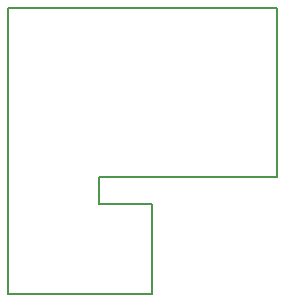
<source format=gm1>
G04 #@! TF.GenerationSoftware,KiCad,Pcbnew,6.0.5-a6ca702e91~116~ubuntu20.04.1*
G04 #@! TF.CreationDate,2022-05-08T17:52:20+03:00*
G04 #@! TF.ProjectId,ict_v361,6963745f-7633-4363-912e-6b696361645f,rev?*
G04 #@! TF.SameCoordinates,Original*
G04 #@! TF.FileFunction,Profile,NP*
%FSLAX46Y46*%
G04 Gerber Fmt 4.6, Leading zero omitted, Abs format (unit mm)*
G04 Created by KiCad (PCBNEW 6.0.5-a6ca702e91~116~ubuntu20.04.1) date 2022-05-08 17:52:20*
%MOMM*%
%LPD*%
G01*
G04 APERTURE LIST*
G04 #@! TA.AperFunction,Profile*
%ADD10C,0.203200*%
G04 #@! TD*
G04 APERTURE END LIST*
D10*
X137101100Y-92903600D02*
X159901100Y-92903600D01*
X159901100Y-92903600D02*
X159901100Y-107203600D01*
X159901100Y-107203600D02*
X144801100Y-107203600D01*
X144801100Y-107203600D02*
X144801100Y-109503600D01*
X144801100Y-109503600D02*
X149301100Y-109503600D01*
X149301100Y-109503600D02*
X149301100Y-117103600D01*
X149301100Y-117103600D02*
X137101100Y-117103600D01*
X137101100Y-117103600D02*
X137101100Y-92903600D01*
M02*

</source>
